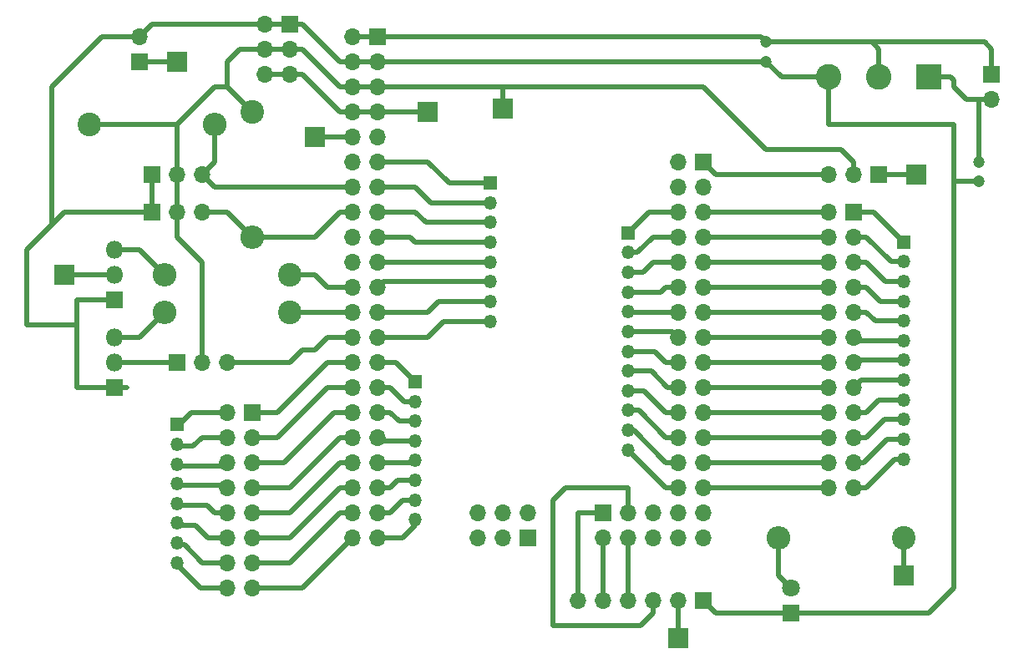
<source format=gbr>
%TF.GenerationSoftware,KiCad,Pcbnew,7.0.8*%
%TF.CreationDate,2024-01-15T11:32:27+01:00*%
%TF.ProjectId,Africo,41667269-636f-42e6-9b69-6361645f7063,rev?*%
%TF.SameCoordinates,Original*%
%TF.FileFunction,Copper,L2,Bot*%
%TF.FilePolarity,Positive*%
%FSLAX46Y46*%
G04 Gerber Fmt 4.6, Leading zero omitted, Abs format (unit mm)*
G04 Created by KiCad (PCBNEW 7.0.8) date 2024-01-15 11:32:27*
%MOMM*%
%LPD*%
G01*
G04 APERTURE LIST*
G04 Aperture macros list*
%AMRoundRect*
0 Rectangle with rounded corners*
0 $1 Rounding radius*
0 $2 $3 $4 $5 $6 $7 $8 $9 X,Y pos of 4 corners*
0 Add a 4 corners polygon primitive as box body*
4,1,4,$2,$3,$4,$5,$6,$7,$8,$9,$2,$3,0*
0 Add four circle primitives for the rounded corners*
1,1,$1+$1,$2,$3*
1,1,$1+$1,$4,$5*
1,1,$1+$1,$6,$7*
1,1,$1+$1,$8,$9*
0 Add four rect primitives between the rounded corners*
20,1,$1+$1,$2,$3,$4,$5,0*
20,1,$1+$1,$4,$5,$6,$7,0*
20,1,$1+$1,$6,$7,$8,$9,0*
20,1,$1+$1,$8,$9,$2,$3,0*%
G04 Aperture macros list end*
%TA.AperFunction,ComponentPad*%
%ADD10C,1.200000*%
%TD*%
%TA.AperFunction,ComponentPad*%
%ADD11RoundRect,0.250001X-0.799999X-0.799999X0.799999X-0.799999X0.799999X0.799999X-0.799999X0.799999X0*%
%TD*%
%TA.AperFunction,ComponentPad*%
%ADD12C,2.400000*%
%TD*%
%TA.AperFunction,ComponentPad*%
%ADD13O,2.400000X2.400000*%
%TD*%
%TA.AperFunction,ComponentPad*%
%ADD14R,1.700000X1.700000*%
%TD*%
%TA.AperFunction,ComponentPad*%
%ADD15O,1.700000X1.700000*%
%TD*%
%TA.AperFunction,ComponentPad*%
%ADD16RoundRect,0.250001X-0.799999X0.799999X-0.799999X-0.799999X0.799999X-0.799999X0.799999X0.799999X0*%
%TD*%
%TA.AperFunction,ComponentPad*%
%ADD17R,1.350000X1.350000*%
%TD*%
%TA.AperFunction,ComponentPad*%
%ADD18O,1.350000X1.350000*%
%TD*%
%TA.AperFunction,ComponentPad*%
%ADD19R,1.800000X1.800000*%
%TD*%
%TA.AperFunction,ComponentPad*%
%ADD20O,1.800000X1.800000*%
%TD*%
%TA.AperFunction,ComponentPad*%
%ADD21C,1.800000*%
%TD*%
%TA.AperFunction,ComponentPad*%
%ADD22R,2.600000X2.600000*%
%TD*%
%TA.AperFunction,ComponentPad*%
%ADD23C,2.600000*%
%TD*%
%TA.AperFunction,Conductor*%
%ADD24C,0.500000*%
%TD*%
G04 APERTURE END LIST*
D10*
%TO.P,C1,1*%
%TO.N,VIN*%
X75180000Y62910000D03*
%TO.P,C1,2*%
%TO.N,GND*%
X75180000Y60910000D03*
%TD*%
D11*
%TO.P,J26,1,Pin_1*%
%TO.N,+3.3V*%
X40890000Y55830000D03*
%TD*%
D12*
%TO.P,R4,1*%
%TO.N,T1*%
X26920000Y39320000D03*
D13*
%TO.P,R4,2*%
%TO.N,Net-(Q3-B)*%
X14220000Y39320000D03*
%TD*%
D14*
%TO.P,J21,1,Pin_1*%
%TO.N,RESET*%
X11680000Y60910000D03*
D15*
%TO.P,J21,2,Pin_2*%
%TO.N,GND*%
X11680000Y63450000D03*
%TD*%
D14*
%TO.P,J6,1,Pin_1*%
%TO.N,GND*%
X68830000Y6300000D03*
D15*
%TO.P,J6,2,Pin_2*%
%TO.N,+3.3V*%
X66290000Y6300000D03*
%TO.P,J6,3,Pin_3*%
%TO.N,MOSI*%
X63750000Y6300000D03*
%TO.P,J6,4,Pin_4*%
%TO.N,MISO*%
X61210000Y6300000D03*
%TO.P,J6,5,Pin_5*%
%TO.N,SCK*%
X58670000Y6300000D03*
%TO.P,J6,6,Pin_6*%
%TO.N,CS*%
X56130000Y6300000D03*
%TD*%
D16*
%TO.P,J22,1,Pin_1*%
%TO.N,RESET*%
X15490000Y60910000D03*
%TD*%
D11*
%TO.P,J25,1,Pin_1*%
%TO.N,GN1*%
X4060000Y39320000D03*
%TD*%
D14*
%TO.P,J10,1,Pin_1*%
%TO.N,VIN*%
X35810000Y63450000D03*
D15*
%TO.P,J10,2,Pin_2*%
X33270000Y63450000D03*
%TO.P,J10,3,Pin_3*%
%TO.N,GND*%
X35810000Y60910000D03*
%TO.P,J10,4,Pin_4*%
X33270000Y60910000D03*
%TO.P,J10,5,Pin_5*%
%TO.N,+5V*%
X35810000Y58370000D03*
%TO.P,J10,6,Pin_6*%
X33270000Y58370000D03*
%TO.P,J10,7,Pin_7*%
%TO.N,+3.3V*%
X35810000Y55830000D03*
%TO.P,J10,8,Pin_8*%
X33270000Y55830000D03*
%TO.P,J10,9,Pin_9*%
%TO.N,unconnected-(J10-Pin_9-Pad9)*%
X35810000Y53290000D03*
%TO.P,J10,10,Pin_10*%
%TO.N,RESET*%
X33270000Y53290000D03*
%TO.P,J10,11,Pin_11*%
%TO.N,Net-(J10-Pin_11)*%
X35810000Y50750000D03*
%TO.P,J10,12,Pin_12*%
%TO.N,unconnected-(J10-Pin_12-Pad12)*%
X33270000Y50750000D03*
%TO.P,J10,13,Pin_13*%
%TO.N,Net-(J10-Pin_13)*%
X35810000Y48210000D03*
%TO.P,J10,14,Pin_14*%
%TO.N,DHT11*%
X33270000Y48210000D03*
%TO.P,J10,15,Pin_15*%
%TO.N,Net-(J10-Pin_15)*%
X35810000Y45670000D03*
%TO.P,J10,16,Pin_16*%
%TO.N,Temp*%
X33270000Y45670000D03*
%TO.P,J10,17,Pin_17*%
%TO.N,Net-(J10-Pin_17)*%
X35810000Y43130000D03*
%TO.P,J10,18,Pin_18*%
%TO.N,unconnected-(J10-Pin_18-Pad18)*%
X33270000Y43130000D03*
%TO.P,J10,19,Pin_19*%
%TO.N,Net-(J10-Pin_19)*%
X35810000Y40590000D03*
%TO.P,J10,20,Pin_20*%
%TO.N,unconnected-(J10-Pin_20-Pad20)*%
X33270000Y40590000D03*
%TO.P,J10,21,Pin_21*%
%TO.N,Net-(J10-Pin_21)*%
X35810000Y38050000D03*
%TO.P,J10,22,Pin_22*%
%TO.N,T1*%
X33270000Y38050000D03*
%TO.P,J10,23,Pin_23*%
%TO.N,Net-(J10-Pin_23)*%
X35810000Y35510000D03*
%TO.P,J10,24,Pin_24*%
%TO.N,T2*%
X33270000Y35510000D03*
%TO.P,J10,25,Pin_25*%
%TO.N,Net-(J10-Pin_25)*%
X35810000Y32970000D03*
%TO.P,J10,26,Pin_26*%
%TO.N,GPS*%
X33270000Y32970000D03*
%TO.P,J10,27,Pin_27*%
%TO.N,D16*%
X35810000Y30430000D03*
%TO.P,J10,28,Pin_28*%
%TO.N,D17*%
X33270000Y30430000D03*
%TO.P,J10,29,Pin_29*%
%TO.N,D18*%
X35810000Y27890000D03*
%TO.P,J10,30,Pin_30*%
%TO.N,D19*%
X33270000Y27890000D03*
%TO.P,J10,31,Pin_31*%
%TO.N,D20*%
X35810000Y25350000D03*
%TO.P,J10,32,Pin_32*%
%TO.N,D21*%
X33270000Y25350000D03*
%TO.P,J10,33,Pin_33*%
%TO.N,D22*%
X35810000Y22810000D03*
%TO.P,J10,34,Pin_34*%
%TO.N,D23*%
X33270000Y22810000D03*
%TO.P,J10,35,Pin_35*%
%TO.N,D24*%
X35810000Y20270000D03*
%TO.P,J10,36,Pin_36*%
%TO.N,D25*%
X33270000Y20270000D03*
%TO.P,J10,37,Pin_37*%
%TO.N,D26*%
X35810000Y17730000D03*
%TO.P,J10,38,Pin_38*%
%TO.N,D27*%
X33270000Y17730000D03*
%TO.P,J10,39,Pin_39*%
%TO.N,D28*%
X35810000Y15190000D03*
%TO.P,J10,40,Pin_40*%
%TO.N,D29*%
X33270000Y15190000D03*
%TO.P,J10,41,Pin_41*%
%TO.N,D30*%
X35810000Y12650000D03*
%TO.P,J10,42,Pin_42*%
%TO.N,D31*%
X33270000Y12650000D03*
%TD*%
D17*
%TO.P,J15,1,Pin_1*%
%TO.N,A5*%
X61210000Y43540000D03*
D18*
%TO.P,J15,2,Pin_2*%
%TO.N,A7*%
X61210000Y41540000D03*
%TO.P,J15,3,Pin_3*%
%TO.N,A9*%
X61210000Y39540000D03*
%TO.P,J15,4,Pin_4*%
%TO.N,A11*%
X61210000Y37540000D03*
%TO.P,J15,5,Pin_5*%
%TO.N,A13*%
X61210000Y35540000D03*
%TO.P,J15,6,Pin_6*%
%TO.N,A15*%
X61210000Y33540000D03*
%TO.P,J15,7,Pin_7*%
%TO.N,D33*%
X61210000Y31540000D03*
%TO.P,J15,8,Pin_8*%
%TO.N,D35*%
X61210000Y29540000D03*
%TO.P,J15,9,Pin_9*%
%TO.N,D37*%
X61210000Y27540000D03*
%TO.P,J15,10,Pin_10*%
%TO.N,D39*%
X61210000Y25540000D03*
%TO.P,J15,11,Pin_11*%
%TO.N,D41*%
X61210000Y23540000D03*
%TO.P,J15,12,Pin_12*%
%TO.N,D43*%
X61210000Y21540000D03*
%TD*%
D14*
%TO.P,J8,1,Pin_1*%
%TO.N,CS*%
X58670000Y15190000D03*
D15*
%TO.P,J8,2,Pin_2*%
%TO.N,SCK*%
X58670000Y12650000D03*
%TO.P,J8,3,Pin_3*%
%TO.N,MOSI*%
X61210000Y15190000D03*
%TO.P,J8,4,Pin_4*%
%TO.N,MISO*%
X61210000Y12650000D03*
%TO.P,J8,5,Pin_5*%
%TO.N,unconnected-(J8-Pin_5-Pad5)*%
X63750000Y15190000D03*
%TO.P,J8,6,Pin_6*%
%TO.N,unconnected-(J8-Pin_6-Pad6)*%
X63750000Y12650000D03*
%TD*%
D12*
%TO.P,R2,1*%
%TO.N,+5V*%
X23110000Y55830000D03*
D13*
%TO.P,R2,2*%
%TO.N,Temp*%
X23110000Y43130000D03*
%TD*%
D11*
%TO.P,J24,1,Pin_1*%
%TO.N,GN1*%
X90420000Y49480000D03*
%TD*%
D17*
%TO.P,J16,1,Pin_1*%
%TO.N,D16*%
X39620000Y28460000D03*
D18*
%TO.P,J16,2,Pin_2*%
%TO.N,D18*%
X39620000Y26460000D03*
%TO.P,J16,3,Pin_3*%
%TO.N,D20*%
X39620000Y24460000D03*
%TO.P,J16,4,Pin_4*%
%TO.N,D22*%
X39620000Y22460000D03*
%TO.P,J16,5,Pin_5*%
%TO.N,D24*%
X39620000Y20460000D03*
%TO.P,J16,6,Pin_6*%
%TO.N,D26*%
X39620000Y18460000D03*
%TO.P,J16,7,Pin_7*%
%TO.N,D28*%
X39620000Y16460000D03*
%TO.P,J16,8,Pin_8*%
%TO.N,D30*%
X39620000Y14460000D03*
%TD*%
D14*
%TO.P,J12,1,Pin_1*%
%TO.N,A5*%
X84070000Y45670000D03*
D15*
%TO.P,J12,2,Pin_2*%
%TO.N,A4*%
X81530000Y45670000D03*
%TO.P,J12,3,Pin_3*%
%TO.N,A7*%
X84070000Y43130000D03*
%TO.P,J12,4,Pin_4*%
%TO.N,A6*%
X81530000Y43130000D03*
%TO.P,J12,5,Pin_5*%
%TO.N,A9*%
X84070000Y40590000D03*
%TO.P,J12,6,Pin_6*%
%TO.N,A8*%
X81530000Y40590000D03*
%TO.P,J12,7,Pin_7*%
%TO.N,A11*%
X84070000Y38050000D03*
%TO.P,J12,8,Pin_8*%
%TO.N,A10*%
X81530000Y38050000D03*
%TO.P,J12,9,Pin_9*%
%TO.N,A13*%
X84070000Y35510000D03*
%TO.P,J12,10,Pin_10*%
%TO.N,A12*%
X81530000Y35510000D03*
%TO.P,J12,11,Pin_11*%
%TO.N,A15*%
X84070000Y32970000D03*
%TO.P,J12,12,Pin_12*%
%TO.N,A14*%
X81530000Y32970000D03*
%TO.P,J12,13,Pin_13*%
%TO.N,D33*%
X84070000Y30430000D03*
%TO.P,J12,14,Pin_14*%
%TO.N,D32*%
X81530000Y30430000D03*
%TO.P,J12,15,Pin_15*%
%TO.N,D35*%
X84070000Y27890000D03*
%TO.P,J12,16,Pin_16*%
%TO.N,D34*%
X81530000Y27890000D03*
%TO.P,J12,17,Pin_17*%
%TO.N,D37*%
X84070000Y25350000D03*
%TO.P,J12,18,Pin_18*%
%TO.N,D36*%
X81530000Y25350000D03*
%TO.P,J12,19,Pin_19*%
%TO.N,D39*%
X84070000Y22810000D03*
%TO.P,J12,20,Pin_20*%
%TO.N,D38*%
X81530000Y22810000D03*
%TO.P,J12,21,Pin_21*%
%TO.N,D41*%
X84070000Y20270000D03*
%TO.P,J12,22,Pin_22*%
%TO.N,D40*%
X81530000Y20270000D03*
%TO.P,J12,23,Pin_23*%
%TO.N,D43*%
X84070000Y17730000D03*
%TO.P,J12,24,Pin_24*%
%TO.N,D42*%
X81530000Y17730000D03*
%TD*%
D12*
%TO.P,R1,1*%
%TO.N,+5V*%
X6600000Y54560000D03*
D13*
%TO.P,R1,2*%
%TO.N,DHT11*%
X19300000Y54560000D03*
%TD*%
D14*
%TO.P,J13,1,Pin_1*%
%TO.N,D17*%
X23110000Y25350000D03*
D15*
%TO.P,J13,2,Pin_2*%
%TO.N,D16*%
X20570000Y25350000D03*
%TO.P,J13,3,Pin_3*%
%TO.N,D19*%
X23110000Y22810000D03*
%TO.P,J13,4,Pin_4*%
%TO.N,D18*%
X20570000Y22810000D03*
%TO.P,J13,5,Pin_5*%
%TO.N,D21*%
X23110000Y20270000D03*
%TO.P,J13,6,Pin_6*%
%TO.N,D20*%
X20570000Y20270000D03*
%TO.P,J13,7,Pin_7*%
%TO.N,D23*%
X23110000Y17730000D03*
%TO.P,J13,8,Pin_8*%
%TO.N,D22*%
X20570000Y17730000D03*
%TO.P,J13,9,Pin_9*%
%TO.N,D25*%
X23110000Y15190000D03*
%TO.P,J13,10,Pin_10*%
%TO.N,D24*%
X20570000Y15190000D03*
%TO.P,J13,11,Pin_11*%
%TO.N,D27*%
X23110000Y12650000D03*
%TO.P,J13,12,Pin_12*%
%TO.N,D26*%
X20570000Y12650000D03*
%TO.P,J13,13,Pin_13*%
%TO.N,D29*%
X23110000Y10110000D03*
%TO.P,J13,14,Pin_14*%
%TO.N,D28*%
X20570000Y10110000D03*
%TO.P,J13,15,Pin_15*%
%TO.N,D31*%
X23110000Y7570000D03*
%TO.P,J13,16,Pin_16*%
%TO.N,D30*%
X20570000Y7570000D03*
%TD*%
D17*
%TO.P,J28,1,Pin_1*%
%TO.N,Net-(J10-Pin_11)*%
X47240000Y48590000D03*
D18*
%TO.P,J28,2,Pin_2*%
%TO.N,Net-(J10-Pin_13)*%
X47240000Y46590000D03*
%TO.P,J28,3,Pin_3*%
%TO.N,Net-(J10-Pin_15)*%
X47240000Y44590000D03*
%TO.P,J28,4,Pin_4*%
%TO.N,Net-(J10-Pin_17)*%
X47240000Y42590000D03*
%TO.P,J28,5,Pin_5*%
%TO.N,Net-(J10-Pin_19)*%
X47240000Y40590000D03*
%TO.P,J28,6,Pin_6*%
%TO.N,Net-(J10-Pin_21)*%
X47240000Y38590000D03*
%TO.P,J28,7,Pin_7*%
%TO.N,Net-(J10-Pin_23)*%
X47240000Y36590000D03*
%TO.P,J28,8,Pin_8*%
%TO.N,Net-(J10-Pin_25)*%
X47240000Y34590000D03*
%TD*%
D11*
%TO.P,J27,1,Pin_1*%
%TO.N,+3.3V*%
X66290000Y2490000D03*
%TD*%
D14*
%TO.P,J1,1,Pin_1*%
%TO.N,VIN*%
X98040000Y59640000D03*
D15*
%TO.P,J1,2,Pin_2*%
%TO.N,VIN_3V3*%
X98040000Y57100000D03*
%TD*%
D14*
%TO.P,J5,1,Pin_1*%
%TO.N,GND*%
X12950000Y49480000D03*
D15*
%TO.P,J5,2,Pin_2*%
%TO.N,+5V*%
X15490000Y49480000D03*
%TO.P,J5,3,Pin_3*%
%TO.N,DHT11*%
X18030000Y49480000D03*
%TD*%
D14*
%TO.P,J7,1,Pin_1*%
%TO.N,GN2*%
X15490000Y30430000D03*
D15*
%TO.P,J7,2,Pin_2*%
%TO.N,+5V*%
X18030000Y30430000D03*
%TO.P,J7,3,Pin_3*%
%TO.N,GPS*%
X20570000Y30430000D03*
%TD*%
D11*
%TO.P,J19,1,Pin_1*%
%TO.N,+5V*%
X89150000Y8840000D03*
%TD*%
D14*
%TO.P,J4,1,Pin_1*%
%TO.N,GND*%
X12950000Y45670000D03*
D15*
%TO.P,J4,2,Pin_2*%
%TO.N,+5V*%
X15490000Y45670000D03*
%TO.P,J4,3,Pin_3*%
%TO.N,Temp*%
X18030000Y45670000D03*
%TD*%
D19*
%TO.P,Q1,1,E*%
%TO.N,GND*%
X9140000Y27890000D03*
D20*
%TO.P,Q1,2,C*%
%TO.N,GN2*%
X9140000Y30430000D03*
%TO.P,Q1,3,B*%
%TO.N,Net-(Q1-B)*%
X9140000Y32970000D03*
%TD*%
D14*
%TO.P,J9,1,Pin_1*%
%TO.N,unconnected-(J9-Pin_1-Pad1)*%
X51050000Y12650000D03*
D15*
%TO.P,J9,2,Pin_2*%
%TO.N,unconnected-(J9-Pin_2-Pad2)*%
X51050000Y15190000D03*
%TO.P,J9,3,Pin_3*%
%TO.N,unconnected-(J9-Pin_3-Pad3)*%
X48510000Y12650000D03*
%TO.P,J9,4,Pin_4*%
%TO.N,unconnected-(J9-Pin_4-Pad4)*%
X48510000Y15190000D03*
%TO.P,J9,5,Pin_5*%
%TO.N,unconnected-(J9-Pin_5-Pad5)*%
X45970000Y12650000D03*
%TO.P,J9,6,Pin_6*%
%TO.N,unconnected-(J9-Pin_6-Pad6)*%
X45970000Y15190000D03*
%TD*%
D12*
%TO.P,R5,1*%
%TO.N,T2*%
X26920000Y35510000D03*
D13*
%TO.P,R5,2*%
%TO.N,Net-(Q1-B)*%
X14220000Y35510000D03*
%TD*%
D19*
%TO.P,D1,1,K*%
%TO.N,GND*%
X77720000Y5030000D03*
D21*
%TO.P,D1,2,A*%
%TO.N,Net-(D1-A)*%
X77720000Y7570000D03*
%TD*%
D12*
%TO.P,R3,1*%
%TO.N,+5V*%
X89150000Y12650000D03*
D13*
%TO.P,R3,2*%
%TO.N,Net-(D1-A)*%
X76450000Y12650000D03*
%TD*%
D19*
%TO.P,Q3,1,E*%
%TO.N,GND*%
X9140000Y36780000D03*
D20*
%TO.P,Q3,2,C*%
%TO.N,GN1*%
X9140000Y39320000D03*
%TO.P,Q3,3,B*%
%TO.N,Net-(Q3-B)*%
X9140000Y41860000D03*
%TD*%
D22*
%TO.P,J23,1,Pin_1*%
%TO.N,VIN_3V3*%
X91690000Y59335000D03*
D23*
%TO.P,J23,2,Pin_2*%
%TO.N,VIN*%
X86610000Y59335000D03*
%TO.P,J23,3,Pin_3*%
%TO.N,GND*%
X81530000Y59335000D03*
%TD*%
D17*
%TO.P,J17,1,Pin_1*%
%TO.N,D16*%
X15490000Y24110000D03*
D18*
%TO.P,J17,2,Pin_2*%
%TO.N,D18*%
X15490000Y22110000D03*
%TO.P,J17,3,Pin_3*%
%TO.N,D20*%
X15490000Y20110000D03*
%TO.P,J17,4,Pin_4*%
%TO.N,D22*%
X15490000Y18110000D03*
%TO.P,J17,5,Pin_5*%
%TO.N,D24*%
X15490000Y16110000D03*
%TO.P,J17,6,Pin_6*%
%TO.N,D26*%
X15490000Y14110000D03*
%TO.P,J17,7,Pin_7*%
%TO.N,D28*%
X15490000Y12110000D03*
%TO.P,J17,8,Pin_8*%
%TO.N,D30*%
X15490000Y10110000D03*
%TD*%
D17*
%TO.P,J14,1,Pin_1*%
%TO.N,A5*%
X89150000Y42620000D03*
D18*
%TO.P,J14,2,Pin_2*%
%TO.N,A7*%
X89150000Y40620000D03*
%TO.P,J14,3,Pin_3*%
%TO.N,A9*%
X89150000Y38620000D03*
%TO.P,J14,4,Pin_4*%
%TO.N,A11*%
X89150000Y36620000D03*
%TO.P,J14,5,Pin_5*%
%TO.N,A13*%
X89150000Y34620000D03*
%TO.P,J14,6,Pin_6*%
%TO.N,A15*%
X89150000Y32620000D03*
%TO.P,J14,7,Pin_7*%
%TO.N,D33*%
X89150000Y30620000D03*
%TO.P,J14,8,Pin_8*%
%TO.N,D35*%
X89150000Y28620000D03*
%TO.P,J14,9,Pin_9*%
%TO.N,D37*%
X89150000Y26620000D03*
%TO.P,J14,10,Pin_10*%
%TO.N,D39*%
X89150000Y24620000D03*
%TO.P,J14,11,Pin_11*%
%TO.N,D41*%
X89150000Y22620000D03*
%TO.P,J14,12,Pin_12*%
%TO.N,D43*%
X89150000Y20620000D03*
%TD*%
D11*
%TO.P,J18,1,Pin_1*%
%TO.N,+5V*%
X48510000Y56170000D03*
%TD*%
D10*
%TO.P,C2,1*%
%TO.N,VIN_3V3*%
X96770000Y50750000D03*
%TO.P,C2,2*%
%TO.N,GND*%
X96770000Y48750000D03*
%TD*%
D14*
%TO.P,J3,1,Pin_1*%
%TO.N,GN1*%
X86595000Y49455000D03*
D15*
%TO.P,J3,2,Pin_2*%
%TO.N,+5V*%
X84055000Y49455000D03*
%TO.P,J3,3,Pin_3*%
%TO.N,MQ7*%
X81515000Y49455000D03*
%TD*%
D11*
%TO.P,J20,1,Pin_1*%
%TO.N,RESET*%
X29460000Y53290000D03*
%TD*%
D14*
%TO.P,J11,1,Pin_1*%
%TO.N,GND*%
X26920000Y64720000D03*
D15*
%TO.P,J11,2,Pin_2*%
X24380000Y64720000D03*
%TO.P,J11,3,Pin_3*%
%TO.N,+5V*%
X26920000Y62180000D03*
%TO.P,J11,4,Pin_4*%
X24380000Y62180000D03*
%TO.P,J11,5,Pin_5*%
%TO.N,+3.3V*%
X26920000Y59640000D03*
%TO.P,J11,6,Pin_6*%
X24380000Y59640000D03*
%TD*%
D14*
%TO.P,J2,1,Pin_1*%
%TO.N,MQ7*%
X68830000Y50750000D03*
D15*
%TO.P,J2,2,Pin_2*%
%TO.N,unconnected-(J2-Pin_2-Pad2)*%
X66290000Y50750000D03*
%TO.P,J2,3,Pin_3*%
%TO.N,unconnected-(J2-Pin_3-Pad3)*%
X68830000Y48210000D03*
%TO.P,J2,4,Pin_4*%
%TO.N,unconnected-(J2-Pin_4-Pad4)*%
X66290000Y48210000D03*
%TO.P,J2,5,Pin_5*%
%TO.N,A4*%
X68830000Y45670000D03*
%TO.P,J2,6,Pin_6*%
%TO.N,A5*%
X66290000Y45670000D03*
%TO.P,J2,7,Pin_7*%
%TO.N,A6*%
X68830000Y43130000D03*
%TO.P,J2,8,Pin_8*%
%TO.N,A7*%
X66290000Y43130000D03*
%TO.P,J2,9,Pin_9*%
%TO.N,A8*%
X68830000Y40590000D03*
%TO.P,J2,10,Pin_10*%
%TO.N,A9*%
X66290000Y40590000D03*
%TO.P,J2,11,Pin_11*%
%TO.N,A10*%
X68830000Y38050000D03*
%TO.P,J2,12,Pin_12*%
%TO.N,A11*%
X66290000Y38050000D03*
%TO.P,J2,13,Pin_13*%
%TO.N,A12*%
X68830000Y35510000D03*
%TO.P,J2,14,Pin_14*%
%TO.N,A13*%
X66290000Y35510000D03*
%TO.P,J2,15,Pin_15*%
%TO.N,A14*%
X68830000Y32970000D03*
%TO.P,J2,16,Pin_16*%
%TO.N,A15*%
X66290000Y32970000D03*
%TO.P,J2,17,Pin_17*%
%TO.N,D32*%
X68830000Y30430000D03*
%TO.P,J2,18,Pin_18*%
%TO.N,D33*%
X66290000Y30430000D03*
%TO.P,J2,19,Pin_19*%
%TO.N,D34*%
X68830000Y27890000D03*
%TO.P,J2,20,Pin_20*%
%TO.N,D35*%
X66290000Y27890000D03*
%TO.P,J2,21,Pin_21*%
%TO.N,D36*%
X68830000Y25350000D03*
%TO.P,J2,22,Pin_22*%
%TO.N,D37*%
X66290000Y25350000D03*
%TO.P,J2,23,Pin_23*%
%TO.N,D38*%
X68830000Y22810000D03*
%TO.P,J2,24,Pin_24*%
%TO.N,D39*%
X66290000Y22810000D03*
%TO.P,J2,25,Pin_25*%
%TO.N,D40*%
X68830000Y20270000D03*
%TO.P,J2,26,Pin_26*%
%TO.N,D41*%
X66290000Y20270000D03*
%TO.P,J2,27,Pin_27*%
%TO.N,D42*%
X68830000Y17730000D03*
%TO.P,J2,28,Pin_28*%
%TO.N,D43*%
X66290000Y17730000D03*
%TO.P,J2,29,Pin_29*%
%TO.N,unconnected-(J2-Pin_29-Pad29)*%
X68830000Y15190000D03*
%TO.P,J2,30,Pin_30*%
%TO.N,unconnected-(J2-Pin_30-Pad30)*%
X66290000Y15190000D03*
%TO.P,J2,31,Pin_31*%
%TO.N,unconnected-(J2-Pin_31-Pad31)*%
X68830000Y12650000D03*
%TO.P,J2,32,Pin_32*%
%TO.N,unconnected-(J2-Pin_32-Pad32)*%
X66290000Y12650000D03*
%TD*%
D24*
%TO.N,VIN*%
X35810000Y63450000D02*
X33270000Y63450000D01*
X86610000Y62180000D02*
X86610000Y59335000D01*
X97310000Y62910000D02*
X98040000Y62180000D01*
X85340000Y62910000D02*
X85880000Y62910000D01*
X75180000Y62910000D02*
X85340000Y62910000D01*
X98040000Y62180000D02*
X98040000Y59640000D01*
X85880000Y62910000D02*
X86610000Y62180000D01*
X74640000Y63450000D02*
X75180000Y62910000D01*
X35810000Y63450000D02*
X74640000Y63450000D01*
X85340000Y62910000D02*
X97310000Y62910000D01*
%TO.N,GND*%
X94230000Y7570000D02*
X94230000Y48750000D01*
X5330000Y27890000D02*
X5330000Y36780000D01*
X5330000Y36780000D02*
X9140000Y36780000D01*
X32000000Y60910000D02*
X28190000Y64720000D01*
X12950000Y45670000D02*
X12950000Y49480000D01*
X75180000Y60910000D02*
X76755000Y59335000D01*
X81530000Y5030000D02*
X91690000Y5030000D01*
X7870000Y63450000D02*
X2790000Y58370000D01*
X81530000Y59335000D02*
X81530000Y54560000D01*
X10410000Y27890000D02*
X9140000Y27890000D01*
X33270000Y60910000D02*
X35810000Y60910000D01*
X76755000Y59335000D02*
X81530000Y59335000D01*
X2790000Y58370000D02*
X2790000Y44400000D01*
X91690000Y5030000D02*
X94230000Y7570000D01*
X70100000Y5030000D02*
X68830000Y6300000D01*
X4060000Y45670000D02*
X250000Y41860000D01*
X81530000Y5030000D02*
X77720000Y5030000D01*
X4060000Y45670000D02*
X12950000Y45670000D01*
X24380000Y64720000D02*
X26920000Y64720000D01*
X24380000Y64720000D02*
X12950000Y64720000D01*
X250000Y34240000D02*
X250000Y41860000D01*
X81530000Y5030000D02*
X70100000Y5030000D01*
X12950000Y64720000D02*
X11680000Y63450000D01*
X81530000Y54560000D02*
X94230000Y54560000D01*
X35810000Y60910000D02*
X75180000Y60910000D01*
X5330000Y34240000D02*
X250000Y34240000D01*
X9140000Y27890000D02*
X5330000Y27890000D01*
X11680000Y63450000D02*
X7870000Y63450000D01*
X77720000Y5030000D02*
X70100000Y5030000D01*
X28190000Y64720000D02*
X25665000Y64720000D01*
X2790000Y44400000D02*
X4060000Y45670000D01*
X33270000Y60910000D02*
X32000000Y60910000D01*
X94230000Y54560000D02*
X94230000Y48750000D01*
X94230000Y48750000D02*
X96770000Y48750000D01*
%TO.N,MQ7*%
X70100000Y49480000D02*
X68830000Y50750000D01*
X81490000Y49480000D02*
X70100000Y49480000D01*
X81515000Y49455000D02*
X81490000Y49480000D01*
%TO.N,+5V*%
X18030000Y40590000D02*
X18030000Y30430000D01*
X84055000Y50745000D02*
X82780000Y52020000D01*
X20570000Y58370000D02*
X20570000Y60910000D01*
X82780000Y52020000D02*
X75180000Y52020000D01*
X26920000Y62180000D02*
X24380000Y62180000D01*
X15490000Y49480000D02*
X15490000Y53290000D01*
X15490000Y45670000D02*
X15490000Y49480000D01*
X28190000Y62180000D02*
X25665000Y62180000D01*
X15490000Y54560000D02*
X19300000Y58370000D01*
X89150000Y8840000D02*
X89150000Y12650000D01*
X21840000Y62180000D02*
X24380000Y62180000D01*
X33270000Y58370000D02*
X32000000Y58370000D01*
X15490000Y53290000D02*
X15490000Y54560000D01*
X20570000Y58370000D02*
X23110000Y55830000D01*
X20570000Y60910000D02*
X21840000Y62180000D01*
X68830000Y58370000D02*
X35810000Y58370000D01*
X35810000Y58370000D02*
X33270000Y58370000D01*
X75180000Y52020000D02*
X68830000Y58370000D01*
X15490000Y43130000D02*
X18030000Y40590000D01*
X15490000Y45670000D02*
X15490000Y43130000D01*
X15490000Y54560000D02*
X6600000Y54560000D01*
X84055000Y49455000D02*
X84055000Y50745000D01*
X48510000Y56465000D02*
X48510000Y58370000D01*
X19300000Y58370000D02*
X20570000Y58370000D01*
X32000000Y58370000D02*
X28190000Y62180000D01*
%TO.N,Temp*%
X18030000Y45670000D02*
X20570000Y45670000D01*
X32000000Y45670000D02*
X29460000Y43130000D01*
X20570000Y45670000D02*
X23110000Y43130000D01*
X33270000Y45670000D02*
X32000000Y45670000D01*
X29460000Y43130000D02*
X23110000Y43130000D01*
%TO.N,DHT11*%
X19300000Y48210000D02*
X18030000Y49480000D01*
X19300000Y50750000D02*
X19300000Y54560000D01*
X33270000Y48210000D02*
X19300000Y48210000D01*
X18030000Y49480000D02*
X19300000Y50750000D01*
%TO.N,+3.3V*%
X28190000Y59640000D02*
X32000000Y55830000D01*
X66290000Y2490000D02*
X66290000Y6300000D01*
X26920000Y59640000D02*
X24380000Y59640000D01*
X25665000Y59640000D02*
X28190000Y59640000D01*
X32000000Y55830000D02*
X33270000Y55830000D01*
X35810000Y55830000D02*
X33270000Y55830000D01*
X35810000Y55830000D02*
X40890000Y55830000D01*
%TO.N,MOSI*%
X61210000Y17730000D02*
X61210000Y15190000D01*
X54860000Y17730000D02*
X61210000Y17730000D01*
X53590000Y16460000D02*
X54860000Y17730000D01*
X63750000Y5030000D02*
X62480000Y3760000D01*
X63750000Y6300000D02*
X63750000Y5030000D01*
X62480000Y3760000D02*
X53590000Y3760000D01*
X53590000Y3760000D02*
X53590000Y16460000D01*
%TO.N,SCK*%
X58670000Y6300000D02*
X58670000Y12650000D01*
%TO.N,MISO*%
X61210000Y12650000D02*
X61210000Y6300000D01*
%TO.N,CS*%
X56130000Y15190000D02*
X58670000Y15190000D01*
X56130000Y6300000D02*
X56130000Y15190000D01*
%TO.N,GPS*%
X33270000Y32970000D02*
X30730000Y32970000D01*
X26920000Y30430000D02*
X20570000Y30430000D01*
X29460000Y31700000D02*
X28190000Y31700000D01*
X28190000Y31700000D02*
X26920000Y30430000D01*
X30730000Y32970000D02*
X29460000Y31700000D01*
%TO.N,Net-(J10-Pin_11)*%
X40890000Y50750000D02*
X43050000Y48590000D01*
X35810000Y50750000D02*
X40890000Y50750000D01*
X43050000Y48590000D02*
X47240000Y48590000D01*
%TO.N,Net-(J10-Pin_13)*%
X47240000Y46590000D02*
X41240000Y46590000D01*
X41240000Y46590000D02*
X39620000Y48210000D01*
X39620000Y48210000D02*
X35810000Y48210000D01*
%TO.N,Net-(J10-Pin_15)*%
X39620000Y45670000D02*
X35810000Y45670000D01*
X47240000Y44590000D02*
X40700000Y44590000D01*
X40700000Y44590000D02*
X39620000Y45670000D01*
%TO.N,Net-(J10-Pin_17)*%
X39080000Y43130000D02*
X39620000Y42590000D01*
X35810000Y43130000D02*
X39080000Y43130000D01*
X39620000Y42590000D02*
X47240000Y42590000D01*
%TO.N,Net-(J10-Pin_19)*%
X35810000Y40590000D02*
X47240000Y40590000D01*
%TO.N,Net-(J10-Pin_21)*%
X36350000Y38590000D02*
X35810000Y38050000D01*
X47240000Y38590000D02*
X36350000Y38590000D01*
%TO.N,Net-(J10-Pin_23)*%
X47240000Y36590000D02*
X41970000Y36590000D01*
X41970000Y36590000D02*
X40890000Y35510000D01*
X35810000Y35510000D02*
X40890000Y35510000D01*
%TO.N,Net-(J10-Pin_25)*%
X40890000Y32970000D02*
X35810000Y32970000D01*
X47240000Y34590000D02*
X42510000Y34590000D01*
X42510000Y34590000D02*
X40890000Y32970000D01*
%TO.N,A5*%
X66290000Y45670000D02*
X63340000Y45670000D01*
X86100000Y45670000D02*
X89150000Y42620000D01*
X84070000Y45670000D02*
X86100000Y45670000D01*
X63340000Y45670000D02*
X61210000Y43540000D01*
%TO.N,A7*%
X66290000Y43130000D02*
X63750000Y43130000D01*
X89150000Y40620000D02*
X87850000Y40620000D01*
X87850000Y40620000D02*
X85340000Y43130000D01*
X63750000Y43130000D02*
X62160000Y41540000D01*
X62160000Y41540000D02*
X61210000Y41540000D01*
X85340000Y43130000D02*
X84070000Y43130000D01*
%TO.N,A9*%
X66290000Y40590000D02*
X63750000Y40590000D01*
X89150000Y38620000D02*
X87310000Y38620000D01*
X87310000Y38620000D02*
X85340000Y40590000D01*
X62700000Y39540000D02*
X61210000Y39540000D01*
X63750000Y40590000D02*
X62700000Y39540000D01*
X85340000Y40590000D02*
X84070000Y40590000D01*
%TO.N,A11*%
X65020000Y38050000D02*
X64510000Y37540000D01*
X86770000Y36620000D02*
X85340000Y38050000D01*
X64510000Y37540000D02*
X61210000Y37540000D01*
X89150000Y36620000D02*
X86770000Y36620000D01*
X66290000Y38050000D02*
X65020000Y38050000D01*
X85340000Y38050000D02*
X84070000Y38050000D01*
%TO.N,A13*%
X86230000Y34620000D02*
X85340000Y35510000D01*
X89150000Y34620000D02*
X86230000Y34620000D01*
X61240000Y35510000D02*
X61210000Y35540000D01*
X66290000Y35510000D02*
X61240000Y35510000D01*
X85340000Y35510000D02*
X84070000Y35510000D01*
%TO.N,A15*%
X66290000Y32970000D02*
X65720000Y33540000D01*
X65720000Y33540000D02*
X61210000Y33540000D01*
X89150000Y32620000D02*
X84420000Y32620000D01*
X84420000Y32620000D02*
X84070000Y32970000D01*
%TO.N,A4*%
X81530000Y45670000D02*
X68830000Y45670000D01*
%TO.N,A6*%
X81530000Y43130000D02*
X68830000Y43130000D01*
%TO.N,A8*%
X81530000Y40590000D02*
X68830000Y40590000D01*
%TO.N,A10*%
X68830000Y38050000D02*
X81530000Y38050000D01*
%TO.N,A12*%
X81530000Y35510000D02*
X68830000Y35510000D01*
%TO.N,A14*%
X68830000Y32970000D02*
X81530000Y32970000D01*
%TO.N,D33*%
X63910000Y31540000D02*
X61210000Y31540000D01*
X66290000Y30430000D02*
X65020000Y30430000D01*
X89150000Y30620000D02*
X84260000Y30620000D01*
X84260000Y30620000D02*
X84070000Y30430000D01*
X65020000Y30430000D02*
X63910000Y31540000D01*
%TO.N,D32*%
X81530000Y30430000D02*
X68830000Y30430000D01*
%TO.N,D35*%
X63560000Y29540000D02*
X61210000Y29540000D01*
X89150000Y28620000D02*
X84800000Y28620000D01*
X84800000Y28620000D02*
X84070000Y27890000D01*
X65210000Y27890000D02*
X63560000Y29540000D01*
X66290000Y27890000D02*
X65210000Y27890000D01*
%TO.N,D34*%
X68830000Y27890000D02*
X81530000Y27890000D01*
%TO.N,D37*%
X85340000Y25350000D02*
X84070000Y25350000D01*
X66290000Y25350000D02*
X65020000Y25350000D01*
X86610000Y26620000D02*
X85340000Y25350000D01*
X62830000Y27540000D02*
X61210000Y27540000D01*
X89150000Y26620000D02*
X86610000Y26620000D01*
X65020000Y25350000D02*
X62830000Y27540000D01*
%TO.N,D36*%
X81530000Y25350000D02*
X68830000Y25350000D01*
%TO.N,D39*%
X89150000Y24620000D02*
X87150000Y24620000D01*
X62290000Y25540000D02*
X61210000Y25540000D01*
X65020000Y22810000D02*
X62290000Y25540000D01*
X85340000Y22810000D02*
X84070000Y22810000D01*
X87150000Y24620000D02*
X85340000Y22810000D01*
X66290000Y22810000D02*
X65020000Y22810000D01*
%TO.N,D38*%
X68830000Y22810000D02*
X81530000Y22810000D01*
%TO.N,D41*%
X89150000Y22620000D02*
X87409949Y22620000D01*
X66290000Y20270000D02*
X65020000Y20270000D01*
X85059949Y20270000D02*
X84070000Y20270000D01*
X61750000Y23540000D02*
X61210000Y23540000D01*
X65020000Y20270000D02*
X61750000Y23540000D01*
X87409949Y22620000D02*
X85059949Y20270000D01*
%TO.N,D40*%
X81530000Y20270000D02*
X68830000Y20270000D01*
%TO.N,D43*%
X65020000Y17730000D02*
X61210000Y21540000D01*
X88230000Y20620000D02*
X85340000Y17730000D01*
X66290000Y17730000D02*
X65020000Y17730000D01*
X89150000Y20620000D02*
X88230000Y20620000D01*
X85340000Y17730000D02*
X84070000Y17730000D01*
%TO.N,D42*%
X81530000Y17730000D02*
X68830000Y17730000D01*
%TO.N,D30*%
X20570000Y7570000D02*
X17820000Y7570000D01*
X39620000Y13920000D02*
X38350000Y12650000D01*
X39620000Y14460000D02*
X39620000Y13920000D01*
X17820000Y7570000D02*
X15470000Y9920000D01*
X38350000Y12650000D02*
X35810000Y12650000D01*
%TO.N,D31*%
X33270000Y12650000D02*
X28190000Y7570000D01*
X28190000Y7570000D02*
X23110000Y7570000D01*
%TO.N,D28*%
X15470000Y11920000D02*
X16200000Y11920000D01*
X37080000Y15190000D02*
X35810000Y15190000D01*
X38350000Y16460000D02*
X37080000Y15190000D01*
X16200000Y11920000D02*
X18010000Y10110000D01*
X39620000Y16460000D02*
X38350000Y16460000D01*
X18010000Y10110000D02*
X20570000Y10110000D01*
%TO.N,D29*%
X33270000Y15190000D02*
X32000000Y15190000D01*
X32000000Y15190000D02*
X26920000Y10110000D01*
X26920000Y10110000D02*
X23110000Y10110000D01*
%TO.N,D26*%
X18645000Y12650000D02*
X20570000Y12650000D01*
X15470000Y13920000D02*
X17375000Y13920000D01*
X37810000Y18460000D02*
X37080000Y17730000D01*
X39620000Y18460000D02*
X37810000Y18460000D01*
X37080000Y17730000D02*
X35810000Y17730000D01*
X17375000Y13920000D02*
X18645000Y12650000D01*
%TO.N,D27*%
X32000000Y17730000D02*
X26920000Y12650000D01*
X26920000Y12650000D02*
X23110000Y12650000D01*
X33270000Y17730000D02*
X32000000Y17730000D01*
%TO.N,D24*%
X20570000Y15190000D02*
X19280000Y15190000D01*
X18550000Y15920000D02*
X15470000Y15920000D01*
X35810000Y20270000D02*
X39430000Y20270000D01*
X19280000Y15190000D02*
X18550000Y15920000D01*
X39430000Y20270000D02*
X39620000Y20460000D01*
%TO.N,D25*%
X26920000Y15190000D02*
X23110000Y15190000D01*
X32000000Y20270000D02*
X26920000Y15190000D01*
X33270000Y20270000D02*
X32000000Y20270000D01*
%TO.N,D22*%
X20570000Y17730000D02*
X20380000Y17920000D01*
X20380000Y17920000D02*
X15470000Y17920000D01*
X36160000Y22460000D02*
X35810000Y22810000D01*
X39620000Y22460000D02*
X36160000Y22460000D01*
%TO.N,D23*%
X33270000Y22810000D02*
X32000000Y22810000D01*
X32000000Y22810000D02*
X26920000Y17730000D01*
X26920000Y17730000D02*
X23110000Y17730000D01*
%TO.N,D20*%
X20220000Y19920000D02*
X15470000Y19920000D01*
X20570000Y20270000D02*
X20220000Y19920000D01*
X37970000Y24460000D02*
X37080000Y25350000D01*
X37080000Y25350000D02*
X35810000Y25350000D01*
X39620000Y24460000D02*
X37970000Y24460000D01*
%TO.N,D21*%
X31365000Y25350000D02*
X26285000Y20270000D01*
X33270000Y25350000D02*
X31365000Y25350000D01*
X26285000Y20270000D02*
X23110000Y20270000D01*
%TO.N,D18*%
X37080000Y27890000D02*
X35810000Y27890000D01*
X20570000Y22810000D02*
X18010000Y22810000D01*
X18010000Y22810000D02*
X17120000Y21920000D01*
X39620000Y26460000D02*
X38510000Y26460000D01*
X17120000Y21920000D02*
X15470000Y21920000D01*
X38510000Y26460000D02*
X37080000Y27890000D01*
%TO.N,D19*%
X25650000Y22810000D02*
X23110000Y22810000D01*
X33270000Y27890000D02*
X30730000Y27890000D01*
X30730000Y27890000D02*
X25650000Y22810000D01*
%TO.N,D16*%
X37650000Y30430000D02*
X35810000Y30430000D01*
X39620000Y28460000D02*
X37650000Y30430000D01*
X16900000Y25350000D02*
X15470000Y23920000D01*
X20570000Y25350000D02*
X16900000Y25350000D01*
%TO.N,D17*%
X33270000Y30430000D02*
X30730000Y30430000D01*
X25650000Y25350000D02*
X23110000Y25350000D01*
X30730000Y30430000D02*
X25650000Y25350000D01*
%TO.N,Net-(D1-A)*%
X76450000Y8840000D02*
X76450000Y12650000D01*
X77720000Y7570000D02*
X76450000Y8840000D01*
%TO.N,RESET*%
X11680000Y60910000D02*
X15490000Y60910000D01*
X33270000Y53290000D02*
X29460000Y53290000D01*
%TO.N,VIN_3V3*%
X94230000Y59005000D02*
X94230000Y58370000D01*
X93900000Y59335000D02*
X94230000Y59005000D01*
X91690000Y59335000D02*
X93900000Y59335000D01*
X95500000Y57100000D02*
X96770000Y57100000D01*
X94230000Y58370000D02*
X95500000Y57100000D01*
X96770000Y55830000D02*
X96770000Y57100000D01*
X96770000Y57100000D02*
X98040000Y57100000D01*
X96770000Y50750000D02*
X96770000Y55830000D01*
%TO.N,Net-(Q1-B)*%
X11680000Y32970000D02*
X14220000Y35510000D01*
X9140000Y32970000D02*
X11680000Y32970000D01*
%TO.N,Net-(Q3-B)*%
X11680000Y41860000D02*
X14220000Y39320000D01*
X9140000Y41860000D02*
X11680000Y41860000D01*
%TO.N,T1*%
X30730000Y38050000D02*
X29460000Y39320000D01*
X29460000Y39320000D02*
X26920000Y39320000D01*
X33270000Y38050000D02*
X30730000Y38050000D01*
%TO.N,T2*%
X33270000Y35510000D02*
X26920000Y35510000D01*
%TO.N,GN2*%
X15490000Y30430000D02*
X9140000Y30430000D01*
%TO.N,GN1*%
X90395000Y49455000D02*
X86595000Y49455000D01*
X9140000Y39320000D02*
X4060000Y39320000D01*
X90420000Y49480000D02*
X90395000Y49455000D01*
%TD*%
M02*

</source>
